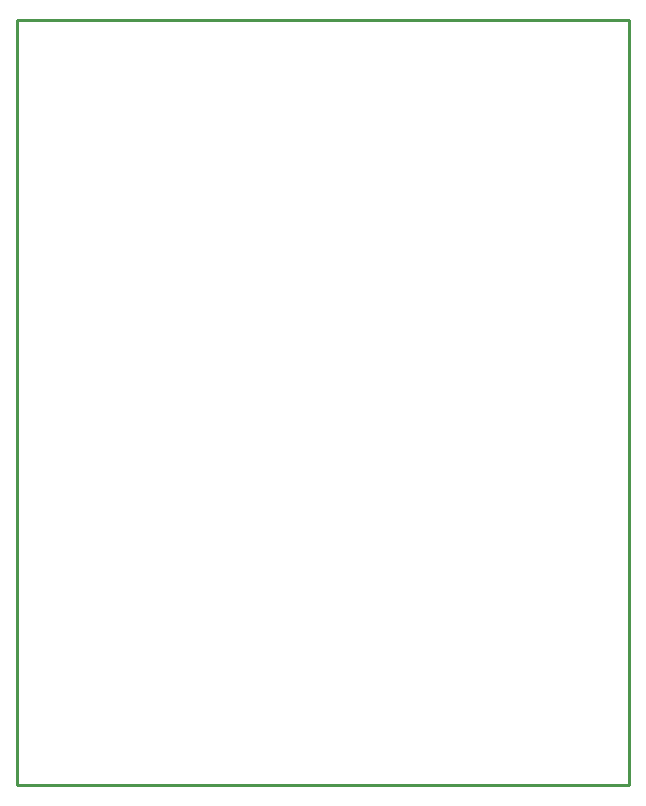
<source format=gko>
%FSLAX44Y44*%
%MOMM*%
G71*
G01*
G75*
G04 Layer_Color=16711935*
%ADD10R,1.7780X1.1430*%
%ADD11R,1.1430X1.7780*%
%ADD12R,1.0700X2.1600*%
%ADD13C,1.2700*%
%ADD14C,0.6350*%
%ADD15C,0.5080*%
%ADD16C,1.5240*%
%ADD17C,2.5000*%
%ADD18C,1.8000*%
%ADD19C,2.4000*%
%ADD20O,2.0000X1.8000*%
%ADD21C,2.0000*%
%ADD22R,1.7000X2.0000*%
%ADD23O,1.7000X2.0000*%
%ADD24R,2.0000X1.8000*%
%ADD25C,3.0000*%
%ADD26R,1.8000X1.8000*%
%ADD27O,2.5000X3.0000*%
%ADD28C,6.0000*%
%ADD29C,0.1500*%
%ADD30C,0.2540*%
%ADD31C,0.2000*%
%ADD32R,1.9812X1.3462*%
%ADD33R,1.3462X1.9812*%
%ADD34R,1.2732X2.3632*%
%ADD35C,1.7272*%
%ADD36C,2.7032*%
%ADD37C,2.0032*%
%ADD38C,2.6032*%
%ADD39O,2.2032X2.0032*%
%ADD40C,2.2032*%
%ADD41R,1.9032X2.2032*%
%ADD42O,1.9032X2.2032*%
%ADD43R,2.2032X2.0032*%
%ADD44C,3.2032*%
%ADD45R,2.0032X2.0032*%
%ADD46O,2.7032X3.2032*%
%ADD47C,6.2032*%
D30*
X-33338Y-34925D02*
X484823D01*
Y612775D01*
X-33338D02*
X484823D01*
X-33338Y-34925D02*
Y612775D01*
M02*

</source>
